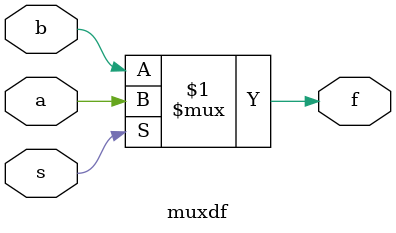
<source format=v>
module muxdf (a,b,s,f); 
    input a,b,s;
    output f;
    assign f = s ? a : b;
endmodule
</source>
